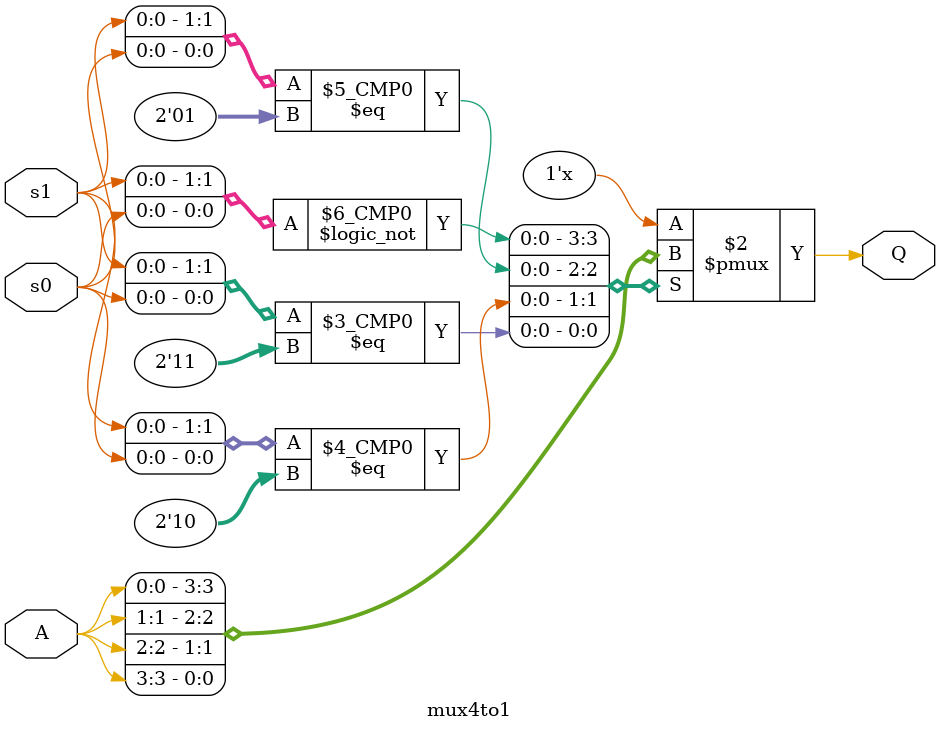
<source format=v>
`timescale 1ns / 1ps


module mux4to1(A,s0,s1,Q);

input s0, s1;
input [3:0] A;
output reg Q;

always @(A, s0, s1)
	case ({s1,s0})
		2'b00: Q = A[0];
		2'b01: Q = A[1];
		2'b10: Q = A[2];
		2'b11: Q = A[3];
	endcase

endmodule

</source>
